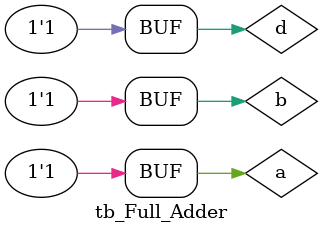
<source format=v>
`timescale 1ns / 1ps


module tb_Full_Adder;
 reg a,b,d;
 wire sum,Carry;
 Full_Adder uut(.a(a),.b(b),.d(d),.sum(sum),.Carry(Carry));
 initial begin
 a=0;b=0;d=0;
 #10 a=0;b=0;d=1; // time delay of 10 units 
 #10 a=0;b=1;d=0;
 #10 a=0;b=1;d=1;
 #10 a=1;b=0;d=0;
 #10 a=1;b=0;d=1;
 #10 a=1;b=1;d=0;
 #10 a=1;b=1;d=1;
 end 
endmodule

</source>
